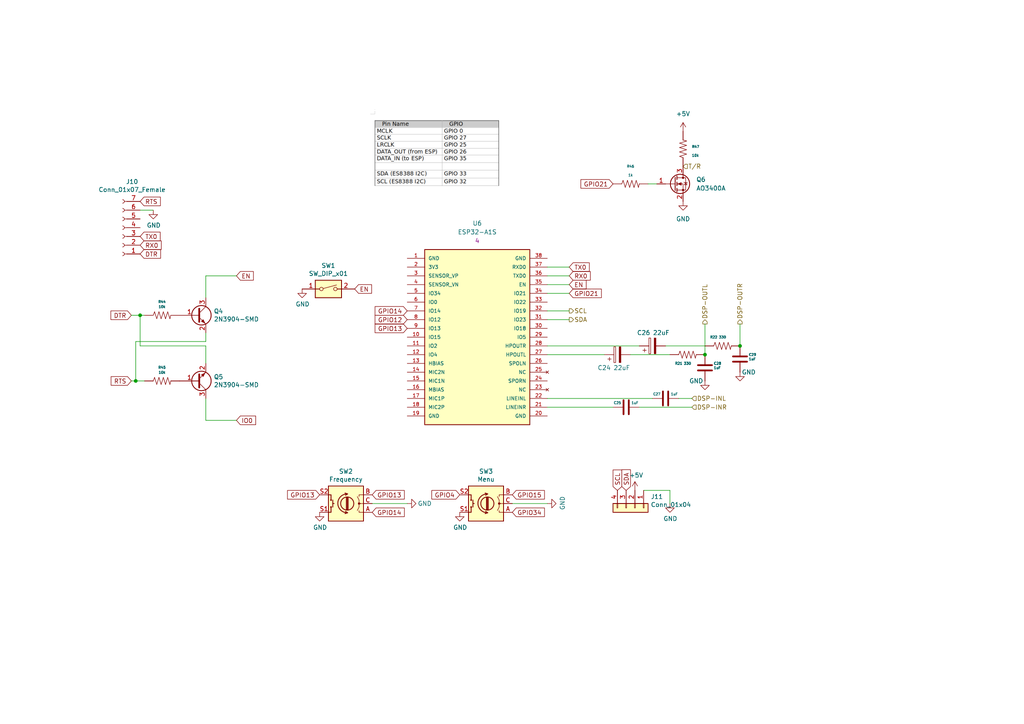
<source format=kicad_sch>
(kicad_sch (version 20211123) (generator eeschema)
  (paper "A4")
  (lib_symbols
    (symbol "Connector:Conn_01x07_Female" (pin_names (offset 1.016) hide)
      (property "Reference" "J" (at 0 10.16 0))
      (property "Value" "Conn_01x07_Female" (at 0 -10.16 0))
      (symbol "Conn_01x07_Female_1_1"
        (arc (start 0 -7.112) (mid -0.508 -7.62) (end 0 -8.128) (stroke (width 0.1524)))
        (arc (start 0 -4.572) (mid -0.508 -5.08) (end 0 -5.588) (stroke (width 0.1524)))
        (arc (start 0 -2.032) (mid -0.508 -2.54) (end 0 -3.048) (stroke (width 0.1524)))
        (polyline (pts (xy -1.27 -7.62) (xy -0.508 -7.62)) (stroke (width 0.1524)))
        (polyline (pts (xy -1.27 -5.08) (xy -0.508 -5.08)) (stroke (width 0.1524)))
        (polyline (pts (xy -1.27 -2.54) (xy -0.508 -2.54)) (stroke (width 0.1524)))
        (polyline (pts (xy -1.27 0) (xy -0.508 0)) (stroke (width 0.1524)))
        (polyline (pts (xy -1.27 2.54) (xy -0.508 2.54)) (stroke (width 0.1524)))
        (polyline (pts (xy -1.27 5.08) (xy -0.508 5.08)) (stroke (width 0.1524)))
        (polyline (pts (xy -1.27 7.62) (xy -0.508 7.62)) (stroke (width 0.1524)))
        (arc (start 0 0.508) (mid -0.508 0) (end 0 -0.508) (stroke (width 0.1524)))
        (arc (start 0 3.048) (mid -0.508 2.54) (end 0 2.032) (stroke (width 0.1524)))
        (arc (start 0 5.588) (mid -0.508 5.08) (end 0 4.572) (stroke (width 0.1524)))
        (arc (start 0 8.128) (mid -0.508 7.62) (end 0 7.112) (stroke (width 0.1524)))
        (pin passive line (at -5.08 7.62 0) (length 3.81) (name "Pin_1") (number "1"))
        (pin passive line (at -5.08 5.08 0) (length 3.81) (name "Pin_2") (number "2"))
        (pin passive line (at -5.08 2.54 0) (length 3.81) (name "Pin_3") (number "3"))
        (pin passive line (at -5.08 0 0) (length 3.81) (name "Pin_4") (number "4"))
        (pin passive line (at -5.08 -2.54 0) (length 3.81) (name "Pin_5") (number "5"))
        (pin passive line (at -5.08 -5.08 0) (length 3.81) (name "Pin_6") (number "6"))
        (pin passive line (at -5.08 -7.62 0) (length 3.81) (name "Pin_7") (number "7"))
      )
    )
    (symbol "Connector_Generic:Conn_01x04" (pin_names (offset 1.016) hide)
      (property "Reference" "J" (at 0 5.08 0))
      (property "Value" "Conn_01x04" (at 0 -7.62 0))
      (symbol "Conn_01x04_1_1"
        (rectangle (start -1.27 -4.953) (end 0 -5.207) (stroke (width 0.1524)))
        (rectangle (start -1.27 -2.413) (end 0 -2.667) (stroke (width 0.1524)))
        (rectangle (start -1.27 0.127) (end 0 -0.127) (stroke (width 0.1524)))
        (rectangle (start -1.27 2.667) (end 0 2.413) (stroke (width 0.1524)))
        (rectangle (start -1.27 3.81) (end 1.27 -6.35) (stroke (width 0.254)) (fill (type background)))
        (pin passive line (at -5.08 2.54 0) (length 3.81) (name "Pin_1") (number "1"))
        (pin passive line (at -5.08 0 0) (length 3.81) (name "Pin_2") (number "2"))
        (pin passive line (at -5.08 -2.54 0) (length 3.81) (name "Pin_3") (number "3"))
        (pin passive line (at -5.08 -5.08 0) (length 3.81) (name "Pin_4") (number "4"))
      )
    )
    (symbol "Device:C_Polarized" (pin_numbers hide) (pin_names (offset 0.254))
      (property "Reference" "C" (at 0.635 2.54 0))
      (property "Value" "C_Polarized" (at 0.635 -2.54 0))
      (symbol "C_Polarized_0_1"
        (rectangle (start -2.286 0.508) (end 2.286 1.016))
        (polyline (pts (xy -1.778 2.286) (xy -0.762 2.286)))
        (polyline (pts (xy -1.27 2.794) (xy -1.27 1.778)))
        (rectangle (start 2.286 -0.508) (end -2.286 -1.016) (fill (type outline)))
      )
      (symbol "C_Polarized_1_1"
        (pin passive line (at 0 3.81 270) (length 2.794) (name "~") (number "1"))
        (pin passive line (at 0 -3.81 90) (length 2.794) (name "~") (number "2"))
      )
    )
    (symbol "Switch:SW_DIP_x01" (pin_names (offset 0) hide)
      (property "Reference" "SW" (at 0 3.81 0))
      (property "Value" "SW_DIP_x01" (at 0 -3.81 0))
      (symbol "SW_DIP_x01_0_0"
        (circle (center -2.032 0) (radius 0.508))
        (polyline (pts (xy -1.524 0.127) (xy 2.3622 1.1684)))
        (circle (center 2.032 0) (radius 0.508))
      )
      (symbol "SW_DIP_x01_0_1"
        (rectangle (start -3.81 2.54) (end 3.81 -2.54) (stroke (width 0.254)) (fill (type background)))
      )
      (symbol "SW_DIP_x01_1_1"
        (pin passive line (at -7.62 0 0) (length 5.08) (name "~") (number "1"))
        (pin passive line (at 7.62 0 180) (length 5.08) (name "~") (number "2"))
      )
    )
    (symbol "Tayloe-Mixer-v3-rescue:2N3904-SMD-xenir" (pin_names (offset 0) hide)
      (property "Reference" "Q" (at 2.54 -1.905 0))
      (property "Value" "2N3904-SMD-xenir" (at 2.54 -3.81 0))
      (symbol "2N3904-SMD-xenir_0_1"
        (circle (center -1.27 -3.81) (radius 2.8194) (stroke (width 0.254)))
        (polyline (pts (xy -1.905 -3.175) (xy 0 -1.27)))
        (polyline (pts (xy -1.905 -4.445) (xy 0 -6.35) (xy 0 -6.35)))
        (polyline (pts (xy -1.905 -1.905) (xy -1.905 -5.715) (xy -1.905 -5.715)) (stroke (width 0.508)))
        (polyline (pts (xy -1.27 -5.588) (xy -0.762 -5.08) (xy -0.254 -6.096) (xy -1.27 -5.588) (xy -1.27 -5.588)) (fill (type outline)))
      )
      (symbol "2N3904-SMD-xenir_1_1"
        (pin passive line (at -7.62 -3.81 0) (length 5.715) (name "B") (number "1"))
        (pin passive line (at 0 -8.89 90) (length 2.54) (name "E") (number "2"))
        (pin passive line (at 0 1.27 270) (length 2.54) (name "C") (number "3"))
      )
    )
    (symbol "Tayloe-Mixer-v3-rescue:Resistor-Xenir-esp32-a1s-rescue" (pin_names (offset 1.016))
      (property "Reference" "R" (at 0 1.905 0))
      (property "Value" "Resistor-Xenir-esp32-a1s-rescue" (at 0 -1.905 0))
      (symbol "Resistor-Xenir-esp32-a1s-rescue_1_1"
        (polyline (pts (xy -2.54 0) (xy -2.159 1.016)))
        (polyline (pts (xy -2.159 1.016) (xy -1.524 -1.016)))
        (polyline (pts (xy -1.524 -1.016) (xy -0.889 1.016)))
        (polyline (pts (xy -0.889 1.016) (xy -0.254 -1.016)))
        (polyline (pts (xy -0.254 -1.016) (xy 0.381 1.016)))
        (polyline (pts (xy 0.381 1.016) (xy 1.016 -1.016)))
        (polyline (pts (xy 1.016 -1.016) (xy 1.651 1.016)))
        (polyline (pts (xy 1.651 1.016) (xy 2.286 -1.016)))
        (polyline (pts (xy 2.286 -1.016) (xy 2.54 0)))
        (pin passive line (at -5.08 0 0) (length 2.54) (name "1") (number "1"))
        (pin passive line (at 5.08 0 180) (length 2.54) (name "2") (number "2"))
      )
    )
    (symbol "Tayloe-Mixer-v3-rescue:Rotary_Encoder_Switch-Device" (pin_names (offset 0.254) hide)
      (property "Reference" "SW" (at 0 6.604 0))
      (property "Value" "Rotary_Encoder_Switch-Device" (at 0 -6.604 0))
      (symbol "Rotary_Encoder_Switch-Device_0_1"
        (rectangle (start -5.08 5.08) (end 5.08 -5.08) (stroke (width 0.254)) (fill (type background)))
        (circle (center -3.81 0) (radius 0.254) (fill (type outline)))
        (arc (start -0.381 -2.794) (mid 2.3622 -0.0508) (end -0.381 2.667) (stroke (width 0.254)))
        (circle (center -0.381 0) (radius 1.905) (stroke (width 0.254)))
        (polyline (pts (xy -0.635 -1.778) (xy -0.635 1.778)) (stroke (width 0.254)))
        (polyline (pts (xy -0.381 -1.778) (xy -0.381 1.778)) (stroke (width 0.254)))
        (polyline (pts (xy -0.127 1.778) (xy -0.127 -1.778)) (stroke (width 0.254)))
        (polyline (pts (xy 3.81 0) (xy 3.429 0)) (stroke (width 0.254)))
        (polyline (pts (xy 3.81 1.016) (xy 3.81 -1.016)) (stroke (width 0.254)))
        (polyline (pts (xy -5.08 -2.54) (xy -3.81 -2.54) (xy -3.81 -2.032)))
        (polyline (pts (xy -5.08 2.54) (xy -3.81 2.54) (xy -3.81 2.032)))
        (polyline (pts (xy 0.254 -3.048) (xy -0.508 -2.794) (xy 0.127 -2.413)) (stroke (width 0.254)))
        (polyline (pts (xy 0.254 2.921) (xy -0.508 2.667) (xy 0.127 2.286)) (stroke (width 0.254)))
        (polyline (pts (xy 5.08 -2.54) (xy 4.318 -2.54) (xy 4.318 -1.016)) (stroke (width 0.254)))
        (polyline (pts (xy 5.08 2.54) (xy 4.318 2.54) (xy 4.318 1.016)) (stroke (width 0.254)))
        (polyline (pts (xy -5.08 0) (xy -3.81 0) (xy -3.81 -1.016) (xy -3.302 -2.032)))
        (polyline (pts (xy -4.318 0) (xy -3.81 0) (xy -3.81 1.016) (xy -3.302 2.032)))
        (circle (center 4.318 -1.016) (radius 0.127) (stroke (width 0.254)))
        (circle (center 4.318 1.016) (radius 0.127) (stroke (width 0.254)))
      )
      (symbol "Rotary_Encoder_Switch-Device_1_1"
        (pin passive line (at -7.62 2.54 0) (length 2.54) (name "A") (number "A"))
        (pin passive line (at -7.62 -2.54 0) (length 2.54) (name "B") (number "B"))
        (pin passive line (at -7.62 0 0) (length 2.54) (name "C") (number "C"))
        (pin passive line (at 7.62 2.54 180) (length 2.54) (name "S1") (number "S1"))
        (pin passive line (at 7.62 -2.54 180) (length 2.54) (name "S2") (number "S2"))
      )
    )
    (symbol "Transistor_FET:AO3400A" (pin_names hide)
      (property "Reference" "Q" (at 5.08 1.905 0))
      (property "Value" "AO3400A" (at 5.08 0 0))
      (symbol "AO3400A_0_1"
        (polyline (pts (xy 0.254 0) (xy -2.54 0)))
        (polyline (pts (xy 0.254 1.905) (xy 0.254 -1.905)) (stroke (width 0.254)))
        (polyline (pts (xy 0.762 -1.27) (xy 0.762 -2.286)) (stroke (width 0.254)))
        (polyline (pts (xy 0.762 0.508) (xy 0.762 -0.508)) (stroke (width 0.254)))
        (polyline (pts (xy 0.762 2.286) (xy 0.762 1.27)) (stroke (width 0.254)))
        (polyline (pts (xy 2.54 2.54) (xy 2.54 1.778)))
        (polyline (pts (xy 2.54 -2.54) (xy 2.54 0) (xy 0.762 0)))
        (polyline (pts (xy 0.762 -1.778) (xy 3.302 -1.778) (xy 3.302 1.778) (xy 0.762 1.778)))
        (polyline (pts (xy 1.016 0) (xy 2.032 0.381) (xy 2.032 -0.381) (xy 1.016 0)) (fill (type outline)))
        (polyline (pts (xy 2.794 0.508) (xy 2.921 0.381) (xy 3.683 0.381) (xy 3.81 0.254)))
        (polyline (pts (xy 3.302 0.381) (xy 2.921 -0.254) (xy 3.683 -0.254) (xy 3.302 0.381)))
        (circle (center 1.651 0) (radius 2.794) (stroke (width 0.254)))
        (circle (center 2.54 -1.778) (radius 0.254) (fill (type outline)))
        (circle (center 2.54 1.778) (radius 0.254) (fill (type outline)))
      )
      (symbol "AO3400A_1_1"
        (pin input line (at -5.08 0 0) (length 2.54) (name "G") (number "1"))
        (pin passive line (at 2.54 -5.08 90) (length 2.54) (name "S") (number "2"))
        (pin passive line (at 2.54 5.08 270) (length 2.54) (name "D") (number "3"))
      )
    )
    (symbol "Xenir:Capacitor" (pin_names (offset 1.016))
      (property "Reference" "C" (at 0 3.175 0))
      (property "Value" "Capacitor" (at 0 -3.175 0))
      (symbol "Capacitor_1_1"
        (polyline (pts (xy -0.762 -2.032) (xy -0.762 2.032)) (stroke (width 0.508)))
        (polyline (pts (xy 0.762 -2.032) (xy 0.762 2.032)) (stroke (width 0.508)))
        (pin passive line (at -3.81 0 0) (length 2.794) (name "~") (number "1"))
        (pin passive line (at 3.81 0 180) (length 2.794) (name "~") (number "2"))
      )
    )
    (symbol "Xenir:ESP32-A1S" (pin_names (offset 1.016))
      (property "Reference" "U" (at -15.2654 26.0604 0))
      (property "Value" "ESP32-A1S" (at -15.2654 -27.9654 0))
      (property "PARTREV" "4" (at 0 26.67 0))
      (symbol "ESP32-A1S_0_0"
        (rectangle (start -15.24 -25.4) (end 15.24 25.4) (stroke (width 0.254)) (fill (type background)))
        (pin power_in line (at -20.32 22.86 0) (length 5.08) (name "GND") (number "1"))
        (pin bidirectional line (at -20.32 0 0) (length 5.08) (name "IO15") (number "10"))
        (pin bidirectional line (at -20.32 -2.54 0) (length 5.08) (name "IO2") (number "11"))
        (pin bidirectional line (at -20.32 -5.08 0) (length 5.08) (name "IO4") (number "12"))
        (pin bidirectional line (at -20.32 -7.62 0) (length 5.08) (name "HBIAS") (number "13"))
        (pin input line (at -20.32 -10.16 0) (length 5.08) (name "MIC2N") (number "14"))
        (pin input line (at -20.32 -12.7 0) (length 5.08) (name "MIC1N") (number "15"))
        (pin bidirectional line (at -20.32 -15.24 0) (length 5.08) (name "MBIAS") (number "16"))
        (pin input line (at -20.32 -17.78 0) (length 5.08) (name "MIC1P") (number "17"))
        (pin input line (at -20.32 -20.32 0) (length 5.08) (name "MIC2P") (number "18"))
        (pin power_in line (at -20.32 -22.86 0) (length 5.08) (name "GND") (number "19"))
        (pin power_in line (at -20.32 20.32 0) (length 5.08) (name "3V3") (number "2"))
        (pin bidirectional line (at 20.32 -22.86 180) (length 5.08) (name "GND") (number "20"))
        (pin input line (at 20.32 -20.32 180) (length 5.08) (name "LINEINR") (number "21"))
        (pin input line (at 20.32 -17.78 180) (length 5.08) (name "LINEINL") (number "22"))
        (pin no_connect line (at 20.32 -15.24 180) (length 5.08) (name "NC") (number "23"))
        (pin output line (at 20.32 -12.7 180) (length 5.08) (name "SPORN") (number "24"))
        (pin no_connect line (at 20.32 -10.16 180) (length 5.08) (name "NC") (number "25"))
        (pin output line (at 20.32 -7.62 180) (length 5.08) (name "SPOLN") (number "26"))
        (pin output line (at 20.32 -5.08 180) (length 5.08) (name "HPOUTL") (number "27"))
        (pin output line (at 20.32 -2.54 180) (length 5.08) (name "HPOUTR") (number "28"))
        (pin bidirectional line (at 20.32 0 180) (length 5.08) (name "IO5") (number "29"))
        (pin input line (at -20.32 17.78 0) (length 5.08) (name "SENSOR_VP") (number "3"))
        (pin bidirectional line (at 20.32 2.54 180) (length 5.08) (name "IO18") (number "30"))
        (pin bidirectional line (at 20.32 5.08 180) (length 5.08) (name "IO23") (number "31"))
        (pin bidirectional line (at 20.32 7.62 180) (length 5.08) (name "IO19") (number "32"))
        (pin bidirectional line (at 20.32 10.16 180) (length 5.08) (name "IO22") (number "33"))
        (pin bidirectional line (at 20.32 12.7 180) (length 5.08) (name "IO21") (number "34"))
        (pin input line (at 20.32 15.24 180) (length 5.08) (name "EN") (number "35"))
        (pin input line (at 20.32 17.78 180) (length 5.08) (name "TXD0") (number "36"))
        (pin output line (at 20.32 20.32 180) (length 5.08) (name "RXD0") (number "37"))
        (pin power_in line (at 20.32 22.86 180) (length 5.08) (name "GND") (number "38"))
        (pin input line (at -20.32 15.24 0) (length 5.08) (name "SENSOR_VN") (number "4"))
        (pin bidirectional line (at -20.32 12.7 0) (length 5.08) (name "IO34") (number "5"))
        (pin bidirectional line (at -20.32 10.16 0) (length 5.08) (name "IO0") (number "6"))
        (pin bidirectional line (at -20.32 7.62 0) (length 5.08) (name "IO14") (number "7"))
        (pin bidirectional line (at -20.32 5.08 0) (length 5.08) (name "IO12") (number "8"))
        (pin bidirectional line (at -20.32 2.54 0) (length 5.08) (name "IO13") (number "9"))
      )
    )
    (symbol "Xenir:Resistor" (pin_names (offset 1.016))
      (property "Reference" "R" (at 0 1.905 0))
      (property "Value" "Resistor" (at 0 -1.905 0))
      (symbol "Resistor_1_1"
        (polyline (pts (xy -2.54 0) (xy -2.159 1.016)))
        (polyline (pts (xy -2.159 1.016) (xy -1.524 -1.016)))
        (polyline (pts (xy -1.524 -1.016) (xy -0.889 1.016)))
        (polyline (pts (xy -0.889 1.016) (xy -0.254 -1.016)))
        (polyline (pts (xy -0.254 -1.016) (xy 0.381 1.016)))
        (polyline (pts (xy 0.381 1.016) (xy 1.016 -1.016)))
        (polyline (pts (xy 1.016 -1.016) (xy 1.651 1.016)))
        (polyline (pts (xy 1.651 1.016) (xy 2.286 -1.016)))
        (polyline (pts (xy 2.286 -1.016) (xy 2.54 0)))
        (pin passive line (at -5.08 0 0) (length 2.54) (name "1") (number "1"))
        (pin passive line (at 5.08 0 180) (length 2.54) (name "2") (number "2"))
      )
    )
    (symbol "power:+5V" (power) (pin_names (offset 0))
      (property "Value" "+5V" (at 0 3.556 0))
      (symbol "+5V_0_1"
        (polyline (pts (xy -0.762 1.27) (xy 0 2.54)))
        (polyline (pts (xy 0 0) (xy 0 2.54)))
        (polyline (pts (xy 0 2.54) (xy 0.762 1.27)))
      )
      (symbol "+5V_1_1"
        (pin power_in line (at 0 0 90) (length 0) hide (name "+5V") (number "1"))
      )
    )
    (symbol "power:GND" (power) (pin_names (offset 0))
      (property "Value" "GND" (at 0 -3.81 0))
      (symbol "GND_0_1"
        (polyline (pts (xy 0 0) (xy 0 -1.27) (xy 1.27 -1.27) (xy 0 -2.54) (xy -1.27 -1.27) (xy 0 -1.27)))
      )
      (symbol "GND_1_1"
        (pin power_in line (at 0 0 270) (length 0) hide (name "GND") (number "1"))
      )
    )
    (symbol "xenir:Resistor" (pin_names (offset 1.016))
      (property "Reference" "R" (at 0 1.905 0))
      (property "Value" "Resistor" (at 0 -1.905 0))
      (symbol "Resistor_1_1"
        (polyline (pts (xy -2.54 0) (xy -2.159 1.016)))
        (polyline (pts (xy -2.159 1.016) (xy -1.524 -1.016)))
        (polyline (pts (xy -1.524 -1.016) (xy -0.889 1.016)))
        (polyline (pts (xy -0.889 1.016) (xy -0.254 -1.016)))
        (polyline (pts (xy -0.254 -1.016) (xy 0.381 1.016)))
        (polyline (pts (xy 0.381 1.016) (xy 1.016 -1.016)))
        (polyline (pts (xy 1.016 -1.016) (xy 1.651 1.016)))
        (polyline (pts (xy 1.651 1.016) (xy 2.286 -1.016)))
        (polyline (pts (xy 2.286 -1.016) (xy 2.54 0)))
        (pin passive line (at -5.08 0 0) (length 2.54) (name "1") (number "1"))
        (pin passive line (at 5.08 0 180) (length 2.54) (name "2") (number "2"))
      )
    )
  )
  (junction (at 204.47 102.87))
  (junction (at 40.64 91.44))
  (junction (at 214.63 100.33))
  (junction (at 39.37 110.49))
  (wire (pts (xy 214.63 93.98) (xy 214.63 100.33)))
  (wire (pts (xy 59.69 80.01) (xy 68.58 80.01)))
  (wire (pts (xy 59.69 115.57) (xy 59.69 121.92)))
  (wire (pts (xy 158.75 77.47) (xy 165.1 77.47)))
  (wire (pts (xy 38.1 110.49) (xy 39.37 110.49)))
  (wire (pts (xy 158.75 92.71) (xy 165.1 92.71)))
  (wire (pts (xy 204.47 93.98) (xy 204.47 102.87)))
  (wire (pts (xy 118.11 146.05) (xy 107.95 146.05)))
  (wire (pts (xy 59.69 121.92) (xy 68.58 121.92)))
  (wire (pts (xy 158.75 85.09) (xy 165.1 85.09)))
  (wire (pts (xy 40.64 60.96) (xy 44.45 60.96)))
  (wire (pts (xy 196.85 115.57) (xy 200.66 115.57)))
  (wire (pts (xy 158.75 102.87) (xy 175.26 102.87)))
  (wire (pts (xy 39.37 110.49) (xy 39.37 99.06)))
  (wire (pts (xy 40.64 100.33) (xy 59.69 100.33)))
  (wire (pts (xy 40.64 91.44) (xy 41.91 91.44)))
  (wire (pts (xy 185.42 118.11) (xy 200.66 118.11)))
  (wire (pts (xy 182.88 102.87) (xy 194.31 102.87)))
  (wire (pts (xy 194.31 142.24) (xy 194.31 146.05)))
  (wire (pts (xy 59.69 100.33) (xy 59.69 105.41)))
  (wire (pts (xy 38.1 91.44) (xy 40.64 91.44)))
  (wire (pts (xy 59.69 86.36) (xy 59.69 80.01)))
  (wire (pts (xy 186.69 142.24) (xy 194.31 142.24)))
  (wire (pts (xy 193.04 100.33) (xy 204.47 100.33)))
  (wire (pts (xy 40.64 91.44) (xy 40.64 100.33)))
  (wire (pts (xy 158.75 115.57) (xy 189.23 115.57)))
  (wire (pts (xy 39.37 99.06) (xy 59.69 99.06)))
  (wire (pts (xy 39.37 110.49) (xy 41.91 110.49)))
  (wire (pts (xy 158.75 146.05) (xy 148.59 146.05)))
  (wire (pts (xy 158.75 82.55) (xy 165.1 82.55)))
  (wire (pts (xy 158.75 80.01) (xy 165.1 80.01)))
  (wire (pts (xy 158.75 118.11) (xy 177.8 118.11)))
  (wire (pts (xy 158.75 90.17) (xy 165.1 90.17)))
  (wire (pts (xy 187.96 53.34) (xy 190.5 53.34)))
  (wire (pts (xy 158.75 100.33) (xy 185.42 100.33)))
  (wire (pts (xy 59.69 99.06) (xy 59.69 96.52)))
  (image (at 128.27 44.45))
  (global_label "GPIO21" (shape input) (at 177.8 53.34 180) (property "Intersheet References" "${INTERSHEET_REFS}" (effects hide)))
  (global_label "GPIO21" (shape input) (at 165.1 85.09 0) (property "Intersheet References" "${INTERSHEET_REFS}" (effects hide)))
  (global_label "GPIO4" (shape input) (at 133.35 143.51 180) (property "Intersheet References" "${INTERSHEET_REFS}" (effects hide)))
  (global_label "RTS" (shape input) (at 38.1 110.49 180) (property "Intersheet References" "${INTERSHEET_REFS}" (effects hide)))
  (global_label "RX0" (shape input) (at 165.1 80.01 0) (property "Intersheet References" "${INTERSHEET_REFS}" (effects hide)))
  (global_label "GPIO13" (shape input) (at 118.11 95.25 180) (property "Intersheet References" "${INTERSHEET_REFS}" (effects hide)))
  (global_label "RX0" (shape input) (at 40.64 71.12 0) (property "Intersheet References" "${INTERSHEET_REFS}" (effects hide)))
  (global_label "TX0" (shape input) (at 40.64 68.58 0) (property "Intersheet References" "${INTERSHEET_REFS}" (effects hide)))
  (global_label "EN" (shape input) (at 68.58 80.01 0) (property "Intersheet References" "${INTERSHEET_REFS}" (effects hide)))
  (global_label "EN" (shape input) (at 165.1 82.55 0) (property "Intersheet References" "${INTERSHEET_REFS}" (effects hide)))
  (global_label "EN" (shape input) (at 102.87 83.82 0) (property "Intersheet References" "${INTERSHEET_REFS}" (effects hide)))
  (global_label "GPIO13" (shape input) (at 92.71 143.51 180) (property "Intersheet References" "${INTERSHEET_REFS}" (effects hide)))
  (global_label "GPIO14" (shape input) (at 107.95 148.59 0) (property "Intersheet References" "${INTERSHEET_REFS}" (effects hide)))
  (global_label "DTR" (shape input) (at 40.64 73.66 0) (property "Intersheet References" "${INTERSHEET_REFS}" (effects hide)))
  (global_label "SCL" (shape input) (at 179.07 142.24 90) (property "Intersheet References" "${INTERSHEET_REFS}" (effects hide)))
  (global_label "SDA" (shape input) (at 181.61 142.24 90) (property "Intersheet References" "${INTERSHEET_REFS}" (effects hide)))
  (global_label "IO0" (shape input) (at 68.58 121.92 0) (property "Intersheet References" "${INTERSHEET_REFS}" (effects hide)))
  (global_label "RTS" (shape input) (at 40.64 58.42 0) (property "Intersheet References" "${INTERSHEET_REFS}" (effects hide)))
  (global_label "TX0" (shape input) (at 165.1 77.47 0) (property "Intersheet References" "${INTERSHEET_REFS}" (effects hide)))
  (global_label "GPIO14" (shape input) (at 118.11 90.17 180) (property "Intersheet References" "${INTERSHEET_REFS}" (effects hide)))
  (global_label "GPIO15" (shape input) (at 148.59 143.51 0) (property "Intersheet References" "${INTERSHEET_REFS}" (effects hide)))
  (global_label "GPIO34" (shape input) (at 148.59 148.59 0) (property "Intersheet References" "${INTERSHEET_REFS}" (effects hide)))
  (global_label "DTR" (shape input) (at 38.1 91.44 180) (property "Intersheet References" "${INTERSHEET_REFS}" (effects hide)))
  (global_label "GPIO13" (shape input) (at 107.95 143.51 0) (property "Intersheet References" "${INTERSHEET_REFS}" (effects hide)))
  (global_label "GPIO12" (shape input) (at 118.11 92.71 180) (property "Intersheet References" "${INTERSHEET_REFS}" (effects hide)))
  (hierarchical_label "DSP-OUTR" (shape output) (at 214.63 93.98 90))
  (hierarchical_label "DSP-INL" (shape input) (at 200.66 115.57 0))
  (hierarchical_label "T{slash}R" (shape input) (at 198.12 48.26 0))
  (hierarchical_label "DSP-INR" (shape input) (at 200.66 118.11 0))
  (hierarchical_label "SDA" (shape output) (at 165.1 92.71 0))
  (hierarchical_label "DSP-OUTL" (shape output) (at 204.47 93.98 90))
  (hierarchical_label "SCL" (shape output) (at 165.1 90.17 0))
  (symbol (lib_id "xenir:Resistor") (at 198.12 43.18 90) (unit 1)
    (property "Reference" "R47" (at 200.66 42.545 90) (effects (font (size 0.7112 0.7112)) (justify right)))
    (property "Value" "10k" (at 200.66 45.085 90) (effects (font (size 0.7112 0.7112)) (justify right)))
    (property "Footprint" "Resistor_SMD:R_0805_2012Metric" (effects hide))
  )
  (symbol (lib_id "Xenir:Capacitor") (at 181.61 118.11 0) (unit 1)
    (property "Reference" "C25" (at 179.07 116.84 0) (effects (font (size 0.7112 0.7112))))
    (property "Value" "1uF" (at 184.15 116.84 0) (effects (font (size 0.7112 0.7112))))
    (property "Footprint" "Capacitor_SMD:C_1206_3216Metric" (effects hide))
  )
  (symbol (lib_id "Switch:SW_DIP_x01") (at 95.25 83.82 0) (unit 1)
    (property "Reference" "SW1" (at 95.25 77.0382 0))
    (property "Value" "SW_DIP_x01" (at 95.25 79.3496 0))
    (property "Footprint" "Button_Switch_THT:SW_PUSH_6mm" (effects hide))
  )
  (symbol (lib_id "power:GND") (at 204.47 110.49 0) (unit 1)
    (property "Reference" "#PWR0139" (effects hide))
    (property "Value" "GND" (at 201.93 110.49 0))
  )
  (symbol (lib_id "Xenir:Resistor") (at 209.55 100.33 0) (unit 1)
    (property "Reference" "R22" (at 207.01 97.79 0) (effects (font (size 0.7112 0.7112))))
    (property "Value" "330" (at 209.55 97.79 0) (effects (font (size 0.7112 0.7112))))
    (property "Footprint" "Resistor_SMD:R_0805_2012Metric" (effects hide))
  )
  (symbol (lib_id "Connector_Generic:Conn_01x04") (at 184.15 147.32 270) (unit 1)
    (property "Reference" "J11" (at 188.722 144.0688 90) (effects (justify left)))
    (property "Value" "Conn_01x04" (at 188.722 146.3802 90) (effects (justify left)))
    (property "Footprint" "Connector_PinSocket_2.54mm:PinSocket_1x04_P2.54mm_Vertical" (effects hide))
  )
  (symbol (lib_id "Tayloe-Mixer-v3-rescue:2N3904-SMD-xenir") (at 59.69 114.3 0) (mirror x) (unit 1)
    (property "Reference" "Q5" (at 62.0014 109.3216 0) (effects (justify left)))
    (property "Value" "2N3904-SMD" (at 62.0014 111.633 0) (effects (justify left)))
    (property "Footprint" "Package_TO_SOT_SMD:SOT-23" (effects hide))
    (property "Datasheet" "https://www.fairchildsemi.com/datasheets/2N/2N3904.pdf" (effects hide))
  )
  (symbol (lib_id "power:GND") (at 44.45 60.96 0) (unit 1)
    (property "Reference" "#PWR0192" (effects hide))
    (property "Value" "GND" (at 44.577 65.3542 0))
  )
  (symbol (lib_id "power:GND") (at 194.31 146.05 0) (unit 1)
    (property "Reference" "#PWR0191" (effects hide))
    (property "Value" "GND" (at 194.437 150.4442 0))
  )
  (symbol (lib_id "Tayloe-Mixer-v3-rescue:2N3904-SMD-xenir") (at 59.69 87.63 0) (unit 1)
    (property "Reference" "Q4" (at 62.0014 90.2716 0) (effects (justify left)))
    (property "Value" "2N3904-SMD" (at 62.0014 92.583 0) (effects (justify left)))
    (property "Footprint" "Package_TO_SOT_SMD:SOT-23" (effects hide))
    (property "Datasheet" "https://www.fairchildsemi.com/datasheets/2N/2N3904.pdf" (effects hide))
  )
  (symbol (lib_id "power:GND") (at 214.63 107.95 0) (unit 1)
    (property "Reference" "#PWR0138" (effects hide))
    (property "Value" "GND" (at 217.17 107.95 0))
  )
  (symbol (lib_id "power:GND") (at 158.75 146.05 90) (unit 1)
    (property "Reference" "#PWR0189" (effects hide))
    (property "Value" "GND" (at 163.1442 145.923 0))
  )
  (symbol (lib_id "Xenir:Capacitor") (at 193.04 115.57 0) (unit 1)
    (property "Reference" "C27" (at 190.5 114.3 0) (effects (font (size 0.7112 0.7112))))
    (property "Value" "1uF" (at 195.58 114.3 0) (effects (font (size 0.7112 0.7112))))
    (property "Footprint" "Capacitor_SMD:C_1206_3216Metric" (effects hide))
  )
  (symbol (lib_id "power:+5V") (at 184.15 142.24 0) (unit 1)
    (property "Reference" "#PWR0190" (effects hide))
    (property "Value" "+5V" (at 184.531 137.8458 0))
  )
  (symbol (lib_id "power:+5V") (at 198.12 38.1 0) (unit 1)
    (property "Reference" "#PWR0188" (effects hide))
    (property "Value" "+5V" (at 198.12 33.02 0))
  )
  (symbol (lib_id "Tayloe-Mixer-v3-rescue:Resistor-Xenir-esp32-a1s-rescue") (at 46.99 91.44 0) (unit 1)
    (property "Reference" "R44" (at 46.99 87.5284 0) (effects (font (size 0.7112 0.7112))))
    (property "Value" "10k" (at 46.99 88.9762 0) (effects (font (size 0.7112 0.7112))))
    (property "Footprint" "Resistor_SMD:R_0805_2012Metric" (effects hide))
  )
  (symbol (lib_id "Device:C_Polarized") (at 189.23 100.33 90) (unit 1)
    (property "Reference" "C26" (at 186.69 96.52 90))
    (property "Value" "22uF" (at 191.77 96.52 90))
    (property "Footprint" "Capacitor_SMD:C_1206_3216Metric" (effects hide))
  )
  (symbol (lib_id "Connector:Conn_01x07_Female") (at 35.56 66.04 180) (unit 1)
    (property "Reference" "J10" (at 38.3032 52.705 0))
    (property "Value" "Conn_01x07_Female" (at 38.3032 55.0164 0))
    (property "Footprint" "Connector_PinSocket_2.54mm:PinSocket_1x07_P2.54mm_Vertical" (effects hide))
  )
  (symbol (lib_id "xenir:Resistor") (at 182.88 53.34 0) (unit 1)
    (property "Reference" "R46" (at 182.88 48.26 0) (effects (font (size 0.7112 0.7112))))
    (property "Value" "1k" (at 182.88 50.8 0) (effects (font (size 0.7112 0.7112))))
    (property "Footprint" "Resistor_SMD:R_0805_2012Metric" (effects hide))
  )
  (symbol (lib_id "Xenir:Capacitor") (at 214.63 104.14 90) (unit 1)
    (property "Reference" "C29" (at 217.17 102.87 90) (effects (font (size 0.7112 0.7112)) (justify right)))
    (property "Value" "1uF" (at 217.17 104.14 90) (effects (font (size 0.7112 0.7112)) (justify right)))
    (property "Footprint" "Capacitor_SMD:C_1206_3216Metric" (effects hide))
  )
  (symbol (lib_id "power:GND") (at 92.71 148.59 0) (unit 1)
    (property "Reference" "#PWR0196" (effects hide))
    (property "Value" "GND" (at 92.837 152.9842 0))
  )
  (symbol (lib_id "Tayloe-Mixer-v3-rescue:Rotary_Encoder_Switch-Device") (at 140.97 146.05 180) (unit 1)
    (property "Reference" "SW3" (at 140.97 136.7282 0))
    (property "Value" "Menu" (at 140.97 139.0396 0))
    (property "Footprint" "Rotary_Encoder:RotaryEncoder_Alps_EC11E-Switch_Vertical_H20mm" (effects hide))
  )
  (symbol (lib_id "Tayloe-Mixer-v3-rescue:Resistor-Xenir-esp32-a1s-rescue") (at 46.99 110.49 0) (unit 1)
    (property "Reference" "R45" (at 46.99 106.5784 0) (effects (font (size 0.7112 0.7112))))
    (property "Value" "10k" (at 46.99 108.0262 0) (effects (font (size 0.7112 0.7112))))
    (property "Footprint" "Resistor_SMD:R_0805_2012Metric" (effects hide))
  )
  (symbol (lib_id "power:GND") (at 198.12 58.42 0) (unit 1)
    (property "Reference" "#PWR0187" (effects hide))
    (property "Value" "GND" (at 198.12 63.5 0))
  )
  (symbol (lib_id "power:GND") (at 118.11 146.05 90) (unit 1)
    (property "Reference" "#PWR0194" (effects hide))
    (property "Value" "GND" (at 123.19 146.05 90))
  )
  (symbol (lib_id "power:GND") (at 133.35 148.59 0) (unit 1)
    (property "Reference" "#PWR0193" (effects hide))
    (property "Value" "GND" (at 133.477 152.9842 0))
  )
  (symbol (lib_id "Xenir:Capacitor") (at 204.47 106.68 90) (unit 1)
    (property "Reference" "C28" (at 207.01 105.41 90) (effects (font (size 0.7112 0.7112)) (justify right)))
    (property "Value" "1uF" (at 207.01 106.68 90) (effects (font (size 0.7112 0.7112)) (justify right)))
    (property "Footprint" "Capacitor_SMD:C_1206_3216Metric" (effects hide))
  )
  (symbol (lib_id "Tayloe-Mixer-v3-rescue:Rotary_Encoder_Switch-Device") (at 100.33 146.05 180) (unit 1)
    (property "Reference" "SW2" (at 100.33 136.7282 0))
    (property "Value" "Frequency" (at 100.33 139.0396 0))
    (property "Footprint" "Rotary_Encoder:RotaryEncoder_Alps_EC11E-Switch_Vertical_H20mm" (effects hide))
  )
  (symbol (lib_id "Xenir:ESP32-A1S") (at 138.43 97.79 0) (unit 1)
    (property "Reference" "U6" (at 138.43 64.77 0))
    (property "Value" "ESP32-A1S" (at 138.43 67.31 0))
    (property "Footprint" "Xenir:ESP32-A1S" (effects hide))
    (property "PARTREV" "4" (at 138.43 69.85 0))
    (property "MANUFACTURER" "Espressif Systems" (effects hide))
  )
  (symbol (lib_id "Transistor_FET:AO3400A") (at 195.58 53.34 0) (unit 1)
    (property "Reference" "Q6" (at 201.93 52.0699 0) (effects (justify left)))
    (property "Value" "AO3400A" (at 201.93 54.6099 0) (effects (justify left)))
    (property "Footprint" "Package_TO_SOT_SMD:SOT-23" (effects hide))
    (property "Datasheet" "http://www.aosmd.com/pdfs/datasheet/AO3400A.pdf" (effects hide))
  )
  (symbol (lib_id "Xenir:Resistor") (at 199.39 102.87 0) (unit 1)
    (property "Reference" "R21" (at 196.85 105.41 0) (effects (font (size 0.7112 0.7112))))
    (property "Value" "330" (at 199.39 105.41 0) (effects (font (size 0.7112 0.7112))))
    (property "Footprint" "Resistor_SMD:R_0805_2012Metric" (effects hide))
  )
  (symbol (lib_id "power:GND") (at 87.63 83.82 0) (unit 1)
    (property "Reference" "#PWR0195" (effects hide))
    (property "Value" "GND" (at 87.757 88.2142 0))
  )
  (symbol (lib_id "Device:C_Polarized") (at 179.07 102.87 90) (unit 1)
    (property "Reference" "C24" (at 175.26 106.68 90))
    (property "Value" "22uF" (at 180.34 106.68 90))
    (property "Footprint" "Capacitor_SMD:C_1206_3216Metric" (effects hide))
  )
)
</source>
